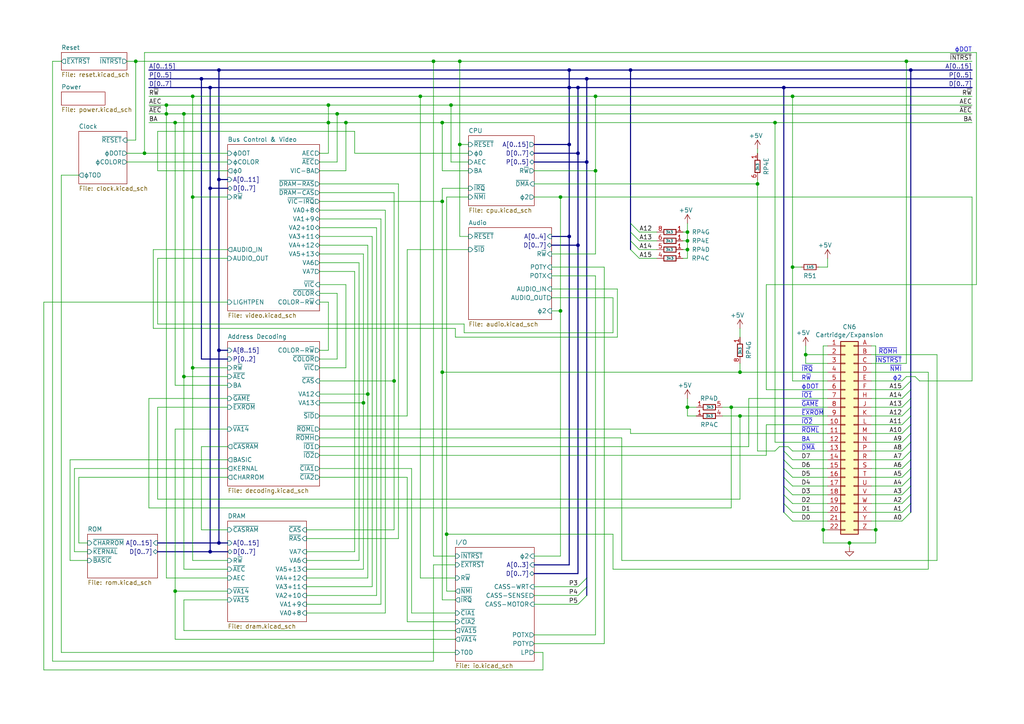
<source format=kicad_sch>
(kicad_sch (version 20231120) (generator "eeschema") (generator_version "8.0")
  (paper "A4")
  (title_block (title "Commodore 64 (schematic #251469)") (date "2019-08-11") (rev "0.2") (company "Commodore Business Machines, Inc.") (comment 1 "Based on C64/C64C Service Manual (1992-03) pp. 31-32 [PN-314001-03]") (comment 4 "KiCad schematic capture by Cumbayah! <cumbayah@subetha.dk>"))
  (lib_symbols
    (symbol "C64B-rescue:+5V-power" (power) (pin_names (offset 0))
      (property "Value" "power_+5V" (at 0 3.556 0))
      (symbol "+5V-power_0_1"
        (polyline (pts (xy -0.762 1.27) (xy 0 2.54)))
        (polyline (pts (xy 0 0) (xy 0 2.54)))
        (polyline (pts (xy 0 2.54) (xy 0.762 1.27)))
      )
      (symbol "+5V-power_1_1"
        (pin power_in line (at 0 0 90) (length 0) hide (name "+5V") (number "1"))
      )
    )
    (symbol "C64B-rescue:GND-power" (power) (pin_names (offset 0))
      (property "Value" "power_GND" (at 0 -3.81 0))
      (symbol "GND-power_0_1"
        (polyline (pts (xy 0 0) (xy 0 -1.27) (xy 1.27 -1.27) (xy 0 -2.54) (xy -1.27 -1.27) (xy 0 -1.27)))
      )
      (symbol "GND-power_1_1"
        (pin power_in line (at 0 0 270) (length 0) hide (name "GND") (number "1"))
      )
    )
    (symbol "Connector_Edge:Conn_02x22_Edge" (pin_names (offset 1.016) hide)
      (property "Reference" "J" (at 1.27 27.94 0))
      (property "Value" "Conn_02x22_Edge" (at 1.27 -30.48 0))
      (symbol "Conn_02x22_Edge_1_1"
        (rectangle (start -1.27 -27.813) (end 0 -28.067) (stroke (width 0.1524)))
        (rectangle (start -1.27 -25.273) (end 0 -25.527) (stroke (width 0.1524)))
        (rectangle (start -1.27 -22.733) (end 0 -22.987) (stroke (width 0.1524)))
        (rectangle (start -1.27 -20.193) (end 0 -20.447) (stroke (width 0.1524)))
        (rectangle (start -1.27 -17.653) (end 0 -17.907) (stroke (width 0.1524)))
        (rectangle (start -1.27 -15.113) (end 0 -15.367) (stroke (width 0.1524)))
        (rectangle (start -1.27 -12.573) (end 0 -12.827) (stroke (width 0.1524)))
        (rectangle (start -1.27 -10.033) (end 0 -10.287) (stroke (width 0.1524)))
        (rectangle (start -1.27 -7.493) (end 0 -7.747) (stroke (width 0.1524)))
        (rectangle (start -1.27 -4.953) (end 0 -5.207) (stroke (width 0.1524)))
        (rectangle (start -1.27 -2.413) (end 0 -2.667) (stroke (width 0.1524)))
        (rectangle (start -1.27 0.127) (end 0 -0.127) (stroke (width 0.1524)))
        (rectangle (start -1.27 2.667) (end 0 2.413) (stroke (width 0.1524)))
        (rectangle (start -1.27 5.207) (end 0 4.953) (stroke (width 0.1524)))
        (rectangle (start -1.27 7.747) (end 0 7.493) (stroke (width 0.1524)))
        (rectangle (start -1.27 10.287) (end 0 10.033) (stroke (width 0.1524)))
        (rectangle (start -1.27 12.827) (end 0 12.573) (stroke (width 0.1524)))
        (rectangle (start -1.27 15.367) (end 0 15.113) (stroke (width 0.1524)))
        (rectangle (start -1.27 17.907) (end 0 17.653) (stroke (width 0.1524)))
        (rectangle (start -1.27 20.447) (end 0 20.193) (stroke (width 0.1524)))
        (rectangle (start -1.27 22.987) (end 0 22.733) (stroke (width 0.1524)))
        (rectangle (start -1.27 25.527) (end 0 25.273) (stroke (width 0.1524)))
        (rectangle (start -1.27 26.67) (end 3.81 -29.21) (stroke (width 0.254)) (fill (type background)))
        (rectangle (start 3.81 -27.813) (end 2.54 -28.067) (stroke (width 0.1524)))
        (rectangle (start 3.81 -25.273) (end 2.54 -25.527) (stroke (width 0.1524)))
        (rectangle (start 3.81 -22.733) (end 2.54 -22.987) (stroke (width 0.1524)))
        (rectangle (start 3.81 -20.193) (end 2.54 -20.447) (stroke (width 0.1524)))
        (rectangle (start 3.81 -17.653) (end 2.54 -17.907) (stroke (width 0.1524)))
        (rectangle (start 3.81 -15.113) (end 2.54 -15.367) (stroke (width 0.1524)))
        (rectangle (start 3.81 -12.573) (end 2.54 -12.827) (stroke (width 0.1524)))
        (rectangle (start 3.81 -10.033) (end 2.54 -10.287) (stroke (width 0.1524)))
        (rectangle (start 3.81 -7.493) (end 2.54 -7.747) (stroke (width 0.1524)))
        (rectangle (start 3.81 -4.953) (end 2.54 -5.207) (stroke (width 0.1524)))
        (rectangle (start 3.81 -2.413) (end 2.54 -2.667) (stroke (width 0.1524)))
        (rectangle (start 3.81 0.127) (end 2.54 -0.127) (stroke (width 0.1524)))
        (rectangle (start 3.81 2.667) (end 2.54 2.413) (stroke (width 0.1524)))
        (rectangle (start 3.81 5.207) (end 2.54 4.953) (stroke (width 0.1524)))
        (rectangle (start 3.81 7.747) (end 2.54 7.493) (stroke (width 0.1524)))
        (rectangle (start 3.81 10.287) (end 2.54 10.033) (stroke (width 0.1524)))
        (rectangle (start 3.81 12.827) (end 2.54 12.573) (stroke (width 0.1524)))
        (rectangle (start 3.81 15.367) (end 2.54 15.113) (stroke (width 0.1524)))
        (rectangle (start 3.81 17.907) (end 2.54 17.653) (stroke (width 0.1524)))
        (rectangle (start 3.81 20.447) (end 2.54 20.193) (stroke (width 0.1524)))
        (rectangle (start 3.81 22.987) (end 2.54 22.733) (stroke (width 0.1524)))
        (rectangle (start 3.81 25.527) (end 2.54 25.273) (stroke (width 0.1524)))
        (pin passive line (at -5.08 25.4 0) (length 3.81) (name "Pin_1") (number "1"))
        (pin passive line (at -5.08 2.54 0) (length 3.81) (name "Pin_10") (number "10"))
        (pin passive line (at -5.08 0 0) (length 3.81) (name "Pin_11") (number "11"))
        (pin passive line (at -5.08 -2.54 0) (length 3.81) (name "Pin_12") (number "12"))
        (pin passive line (at -5.08 -5.08 0) (length 3.81) (name "Pin_13") (number "13"))
        (pin passive line (at -5.08 -7.62 0) (length 3.81) (name "Pin_14") (number "14"))
        (pin passive line (at -5.08 -10.16 0) (length 3.81) (name "Pin_15") (number "15"))
        (pin passive line (at -5.08 -12.7 0) (length 3.81) (name "Pin_16") (number "16"))
        (pin passive line (at -5.08 -15.24 0) (length 3.81) (name "Pin_17") (number "17"))
        (pin passive line (at -5.08 -17.78 0) (length 3.81) (name "Pin_18") (number "18"))
        (pin passive line (at -5.08 -20.32 0) (length 3.81) (name "Pin_19") (number "19"))
        (pin passive line (at -5.08 22.86 0) (length 3.81) (name "Pin_2") (number "2"))
        (pin passive line (at -5.08 -22.86 0) (length 3.81) (name "Pin_20") (number "20"))
        (pin passive line (at -5.08 -25.4 0) (length 3.81) (name "Pin_21") (number "21"))
        (pin passive line (at -5.08 -27.94 0) (length 3.81) (name "Pin_22") (number "22"))
        (pin passive line (at -5.08 20.32 0) (length 3.81) (name "Pin_3") (number "3"))
        (pin passive line (at -5.08 17.78 0) (length 3.81) (name "Pin_4") (number "4"))
        (pin passive line (at -5.08 15.24 0) (length 3.81) (name "Pin_5") (number "5"))
        (pin passive line (at -5.08 12.7 0) (length 3.81) (name "Pin_6") (number "6"))
        (pin passive line (at -5.08 10.16 0) (length 3.81) (name "Pin_7") (number "7"))
        (pin passive line (at -5.08 7.62 0) (length 3.81) (name "Pin_8") (number "8"))
        (pin passive line (at -5.08 5.08 0) (length 3.81) (name "Pin_9") (number "9"))
        (pin passive line (at 7.62 25.4 180) (length 3.81) (name "Pin_A") (number "A"))
        (pin passive line (at 7.62 22.86 180) (length 3.81) (name "Pin_B") (number "B"))
        (pin passive line (at 7.62 20.32 180) (length 3.81) (name "Pin_C") (number "C"))
        (pin passive line (at 7.62 17.78 180) (length 3.81) (name "Pin_D") (number "D"))
        (pin passive line (at 7.62 15.24 180) (length 3.81) (name "Pin_E") (number "E"))
        (pin passive line (at 7.62 12.7 180) (length 3.81) (name "Pin_F") (number "F"))
        (pin passive line (at 7.62 10.16 180) (length 3.81) (name "Pin_H") (number "H"))
        (pin passive line (at 7.62 7.62 180) (length 3.81) (name "Pin_J") (number "J"))
        (pin passive line (at 7.62 5.08 180) (length 3.81) (name "Pin_K") (number "K"))
        (pin passive line (at 7.62 2.54 180) (length 3.81) (name "Pin_L") (number "L"))
        (pin passive line (at 7.62 0 180) (length 3.81) (name "Pin_M") (number "M"))
        (pin passive line (at 7.62 -2.54 180) (length 3.81) (name "Pin_N") (number "N"))
        (pin passive line (at 7.62 -5.08 180) (length 3.81) (name "Pin_P") (number "P"))
        (pin passive line (at 7.62 -7.62 180) (length 3.81) (name "Pin_R") (number "R"))
        (pin passive line (at 7.62 -10.16 180) (length 3.81) (name "Pin_S") (number "S"))
        (pin passive line (at 7.62 -12.7 180) (length 3.81) (name "Pin_T") (number "T"))
        (pin passive line (at 7.62 -15.24 180) (length 3.81) (name "Pin_U") (number "U"))
        (pin passive line (at 7.62 -17.78 180) (length 3.81) (name "Pin_V") (number "V"))
        (pin passive line (at 7.62 -20.32 180) (length 3.81) (name "Pin_W") (number "W"))
        (pin passive line (at 7.62 -22.86 180) (length 3.81) (name "Pin_X") (number "X"))
        (pin passive line (at 7.62 -25.4 180) (length 3.81) (name "Pin_Y") (number "Y"))
        (pin passive line (at 7.62 -27.94 180) (length 3.81) (name "Pin_Z") (number "Z"))
      )
    )
    (symbol "Device:R_Small" (pin_numbers hide) (pin_names (offset 0.254) hide)
      (property "Reference" "R" (at 0.762 0.508 0))
      (property "Value" "R_Small" (at 0.762 -1.016 0))
      (symbol "R_Small_0_1"
        (rectangle (start -0.762 1.778) (end 0.762 -1.778) (stroke (width 0.2032)))
      )
      (symbol "R_Small_1_1"
        (pin passive line (at 0 2.54 270) (length 0.762) (name "~") (number "1"))
        (pin passive line (at 0 -2.54 90) (length 0.762) (name "~") (number "2"))
      )
    )
    (symbol "Resistor_Pack:R_Network09_Split" (pin_names (offset 1.016) hide)
      (property "Reference" "RN" (at 1.27 0.635 0))
      (property "Value" "R_Network09_Split" (at 1.27 -1.27 0))
      (symbol "R_Network09_Split_0_0"
        (pin passive line (at 0 3.81 270) (length 2.032) (name "common") (number "1"))
      )
      (symbol "R_Network09_Split_0_1"
        (rectangle (start -0.762 1.778) (end 0.762 -1.778) (stroke (width 0.2032)))
      )
      (symbol "R_Network09_Split_1_1"
        (pin passive line (at 0 -3.81 90) (length 2.032) (name "R1") (number "2"))
      )
      (symbol "R_Network09_Split_2_1"
        (rectangle (start -0.762 1.778) (end 0.762 -1.778) (stroke (width 0.2032)))
        (pin passive line (at 0 3.81 270) (length 2.032) (name "common") (number "1"))
        (pin passive line (at 0 -3.81 90) (length 2.032) (name "R2") (number "3"))
      )
      (symbol "R_Network09_Split_3_1"
        (rectangle (start -0.762 1.778) (end 0.762 -1.778) (stroke (width 0.2032)))
        (pin passive line (at 0 3.81 270) (length 2.032) (name "common") (number "1"))
        (pin passive line (at 0 -3.81 90) (length 2.032) (name "R3") (number "4"))
      )
      (symbol "R_Network09_Split_4_1"
        (rectangle (start -0.762 1.778) (end 0.762 -1.778) (stroke (width 0.2032)))
        (pin passive line (at 0 3.81 270) (length 2.032) (name "common") (number "1"))
        (pin passive line (at 0 -3.81 90) (length 2.032) (name "R4") (number "5"))
      )
      (symbol "R_Network09_Split_5_1"
        (rectangle (start -0.762 1.778) (end 0.762 -1.778) (stroke (width 0.2032)))
        (pin passive line (at 0 3.81 270) (length 2.032) (name "common") (number "1"))
        (pin passive line (at 0 -3.81 90) (length 2.032) (name "R5") (number "6"))
      )
      (symbol "R_Network09_Split_6_1"
        (rectangle (start -0.762 1.778) (end 0.762 -1.778) (stroke (width 0.2032)))
        (pin passive line (at 0 3.81 270) (length 2.032) (name "common") (number "1"))
        (pin passive line (at 0 -3.81 90) (length 2.032) (name "R6") (number "7"))
      )
      (symbol "R_Network09_Split_7_1"
        (rectangle (start -0.762 1.778) (end 0.762 -1.778) (stroke (width 0.2032)))
        (pin passive line (at 0 3.81 270) (length 2.032) (name "common") (number "1"))
        (pin passive line (at 0 -3.81 90) (length 2.032) (name "R7") (number "8"))
      )
      (symbol "R_Network09_Split_8_1"
        (pin passive line (at 0 -3.81 90) (length 2.032) (name "R8") (number "9"))
      )
      (symbol "R_Network09_Split_9_1"
        (pin passive line (at 0 -3.81 90) (length 2.032) (name "R9") (number "10"))
      )
    )
  )
  (junction (at 63.5 20.32))
  (junction (at 48.26 30.48))
  (junction (at 128.27 107.95))
  (junction (at 199.39 69.85))
  (junction (at 238.76 153.67))
  (junction (at 229.87 27.94))
  (junction (at 133.35 41.91))
  (junction (at 53.34 33.02))
  (junction (at 172.72 27.94))
  (junction (at 60.96 25.4))
  (junction (at 199.39 118.11))
  (junction (at 264.16 20.32))
  (junction (at 227.33 25.4))
  (junction (at 128.27 58.42))
  (junction (at 100.33 35.56))
  (junction (at 165.1 41.91))
  (junction (at 165.1 20.32))
  (junction (at 55.88 57.15))
  (junction (at 105.41 116.84))
  (junction (at 106.68 114.3))
  (junction (at 219.71 53.34))
  (junction (at 182.88 20.32))
  (junction (at 254 153.67))
  (junction (at 50.8 171.45))
  (junction (at 95.25 35.56))
  (junction (at 199.39 67.31))
  (junction (at 212.09 118.11))
  (junction (at 97.79 33.02))
  (junction (at 167.64 44.45))
  (junction (at 95.25 30.48))
  (junction (at 63.5 52.07))
  (junction (at 246.38 157.48))
  (junction (at 41.91 44.45))
  (junction (at 214.63 107.95))
  (junction (at 55.88 106.68))
  (junction (at 60.96 160.02))
  (junction (at 199.39 72.39))
  (junction (at 55.88 27.94))
  (junction (at 53.34 109.22))
  (junction (at 128.27 35.56))
  (junction (at 48.26 33.02))
  (junction (at 39.37 17.78))
  (junction (at 63.5 101.6))
  (junction (at 262.89 17.78))
  (junction (at 63.5 157.48))
  (junction (at 170.18 46.99))
  (junction (at 130.81 30.48))
  (junction (at 60.96 54.61))
  (junction (at 214.63 120.65))
  (junction (at 114.3 110.49))
  (junction (at 162.56 57.15))
  (junction (at 129.54 154.94))
  (junction (at 50.8 35.56))
  (junction (at 167.64 25.4))
  (junction (at 121.92 27.94))
  (junction (at 167.64 71.12))
  (junction (at 172.72 49.53))
  (junction (at 165.1 68.58))
  (junction (at 125.73 17.78))
  (junction (at 170.18 22.86))
  (junction (at 58.42 22.86))
  (junction (at 162.56 90.17))
  (junction (at 165.1 25.4))
  (junction (at 133.35 17.78))
  (junction (at 229.87 77.47))
  (junction (at 233.68 102.87))
  (junction (at 224.79 35.56))
  (bus_entry (at 261.62 140.97) (size 2.54 -2.54))
  (bus_entry (at 167.64 175.26) (size 2.54 -2.54))
  (bus_entry (at 182.88 64.77) (size 2.54 2.54))
  (bus_entry (at 227.33 135.89) (size 2.54 2.54))
  (bus_entry (at 261.62 143.51) (size 2.54 -2.54))
  (bus_entry (at 261.62 118.11) (size 2.54 -2.54))
  (bus_entry (at 261.62 115.57) (size 2.54 -2.54))
  (bus_entry (at 261.62 130.81) (size 2.54 -2.54))
  (bus_entry (at 182.88 69.85) (size 2.54 2.54))
  (bus_entry (at 227.33 133.35) (size 2.54 2.54))
  (bus_entry (at 167.64 170.18) (size 2.54 -2.54))
  (bus_entry (at 227.33 140.97) (size 2.54 2.54))
  (bus_entry (at 261.62 151.13) (size 2.54 -2.54))
  (bus_entry (at 182.88 67.31) (size 2.54 2.54))
  (bus_entry (at 182.88 72.39) (size 2.54 2.54))
  (bus_entry (at 227.33 130.81) (size 2.54 2.54))
  (bus_entry (at 227.33 138.43) (size 2.54 2.54))
  (bus_entry (at 227.33 143.51) (size 2.54 2.54))
  (bus_entry (at 227.33 148.59) (size 2.54 2.54))
  (bus_entry (at 227.33 146.05) (size 2.54 2.54))
  (bus_entry (at 261.62 138.43) (size 2.54 -2.54))
  (bus_entry (at 261.62 120.65) (size 2.54 -2.54))
  (bus_entry (at 261.62 146.05) (size 2.54 -2.54))
  (bus_entry (at 261.62 125.73) (size 2.54 -2.54))
  (bus_entry (at 167.64 172.72) (size 2.54 -2.54))
  (bus_entry (at 261.62 113.03) (size 2.54 -2.54))
  (bus_entry (at 261.62 148.59) (size 2.54 -2.54))
  (bus_entry (at 261.62 133.35) (size 2.54 -2.54))
  (bus_entry (at 261.62 135.89) (size 2.54 -2.54))
  (bus_entry (at 261.62 123.19) (size 2.54 -2.54))
  (bus_entry (at 261.62 128.27) (size 2.54 -2.54))
  (bus (pts (xy 58.42 22.86) (xy 170.18 22.86)))
  (wire (pts (xy 130.81 46.99) (xy 130.81 30.48)))
  (wire (pts (xy 190.5 72.39) (xy 185.42 72.39)))
  (wire (pts (xy 45.72 93.98) (xy 134.62 93.98)))
  (wire (pts (xy 92.71 49.53) (xy 100.33 49.53)))
  (wire (pts (xy 44.45 95.25) (xy 132.08 95.25)))
  (bus (pts (xy 264.16 125.73) (xy 264.16 128.27)))
  (wire (pts (xy 229.87 27.94) (xy 281.94 27.94)))
  (bus (pts (xy 63.5 157.48) (xy 66.04 157.48)))
  (wire (pts (xy 222.25 123.19) (xy 240.03 123.19)))
  (wire (pts (xy 102.87 44.45) (xy 102.87 38.1)))
  (bus (pts (xy 264.16 113.03) (xy 264.16 115.57)))
  (wire (pts (xy 219.71 52.07) (xy 219.71 53.34)))
  (wire (pts (xy 58.42 129.54) (xy 66.04 129.54)))
  (wire (pts (xy 199.39 67.31) (xy 199.39 64.77)))
  (wire (pts (xy 226.06 129.54) (xy 228.6 129.54)))
  (wire (pts (xy 125.73 163.83) (xy 125.73 191.77)))
  (wire (pts (xy 212.09 118.11) (xy 209.55 118.11)))
  (wire (pts (xy 281.94 57.15) (xy 281.94 110.49)))
  (wire (pts (xy 118.11 180.34) (xy 132.08 180.34)))
  (bus (pts (xy 227.33 135.89) (xy 227.33 138.43)))
  (wire (pts (xy 134.62 96.52) (xy 177.8 96.52)))
  (bus (pts (xy 58.42 104.14) (xy 66.04 104.14)))
  (wire (pts (xy 240.03 102.87) (xy 233.68 102.87)))
  (bus (pts (xy 154.94 163.83) (xy 165.1 163.83)))
  (wire (pts (xy 102.87 160.02) (xy 88.9 160.02)))
  (bus (pts (xy 182.88 20.32) (xy 182.88 64.77)))
  (bus (pts (xy 160.02 71.12) (xy 167.64 71.12)))
  (wire (pts (xy 252.73 115.57) (xy 261.62 115.57)))
  (bus (pts (xy 182.88 67.31) (xy 182.88 69.85)))
  (wire (pts (xy 252.73 123.19) (xy 261.62 123.19)))
  (wire (pts (xy 219.71 130.81) (xy 224.79 130.81)))
  (wire (pts (xy 252.73 153.67) (xy 254 153.67)))
  (wire (pts (xy 43.18 35.56) (xy 50.8 35.56)))
  (wire (pts (xy 266.7 110.49) (xy 281.94 110.49)))
  (wire (pts (xy 21.59 160.02) (xy 25.4 160.02)))
  (wire (pts (xy 48.26 33.02) (xy 48.26 167.64)))
  (wire (pts (xy 97.79 104.14) (xy 97.79 85.09)))
  (wire (pts (xy 209.55 120.65) (xy 214.63 120.65)))
  (wire (pts (xy 97.79 33.02) (xy 281.94 33.02)))
  (wire (pts (xy 252.73 130.81) (xy 261.62 130.81)))
  (wire (pts (xy 154.94 57.15) (xy 162.56 57.15)))
  (wire (pts (xy 190.5 74.93) (xy 185.42 74.93)))
  (bus (pts (xy 227.33 138.43) (xy 227.33 140.97)))
  (wire (pts (xy 100.33 106.68) (xy 92.71 106.68)))
  (wire (pts (xy 160.02 77.47) (xy 175.26 77.47)))
  (wire (pts (xy 50.8 185.42) (xy 132.08 185.42)))
  (wire (pts (xy 12.7 194.31) (xy 157.48 194.31)))
  (bus (pts (xy 165.1 41.91) (xy 165.1 68.58)))
  (bus (pts (xy 170.18 46.99) (xy 170.18 167.64)))
  (bus (pts (xy 63.5 101.6) (xy 63.5 157.48)))
  (wire (pts (xy 58.42 153.67) (xy 66.04 153.67)))
  (wire (pts (xy 92.71 120.65) (xy 118.11 120.65)))
  (wire (pts (xy 55.88 57.15) (xy 55.88 106.68)))
  (wire (pts (xy 262.89 17.78) (xy 262.89 105.41)))
  (wire (pts (xy 39.37 17.78) (xy 125.73 17.78)))
  (wire (pts (xy 224.79 128.27) (xy 240.03 128.27)))
  (bus (pts (xy 165.1 25.4) (xy 167.64 25.4)))
  (wire (pts (xy 121.92 27.94) (xy 172.72 27.94)))
  (wire (pts (xy 283.21 15.24) (xy 283.21 82.55)))
  (wire (pts (xy 114.3 153.67) (xy 88.9 153.67)))
  (wire (pts (xy 128.27 173.99) (xy 128.27 107.95)))
  (bus (pts (xy 227.33 146.05) (xy 227.33 148.59)))
  (wire (pts (xy 105.41 165.1) (xy 88.9 165.1)))
  (bus (pts (xy 170.18 170.18) (xy 170.18 172.72)))
  (wire (pts (xy 175.26 186.69) (xy 154.94 186.69)))
  (wire (pts (xy 199.39 118.11) (xy 199.39 115.57)))
  (wire (pts (xy 58.42 129.54) (xy 58.42 153.67)))
  (wire (pts (xy 134.62 93.98) (xy 134.62 96.52)))
  (wire (pts (xy 25.4 157.48) (xy 22.86 157.48)))
  (wire (pts (xy 246.38 157.48) (xy 254 157.48)))
  (wire (pts (xy 128.27 49.53) (xy 128.27 35.56)))
  (wire (pts (xy 240.03 118.11) (xy 212.09 118.11)))
  (bus (pts (xy 58.42 22.86) (xy 58.42 104.14)))
  (wire (pts (xy 269.24 107.95) (xy 269.24 165.1)))
  (bus (pts (xy 63.5 157.48) (xy 45.72 157.48)))
  (wire (pts (xy 252.73 110.49) (xy 261.62 110.49)))
  (wire (pts (xy 43.18 33.02) (xy 48.26 33.02)))
  (wire (pts (xy 214.63 95.25) (xy 214.63 97.79)))
  (wire (pts (xy 45.72 93.98) (xy 45.72 74.93)))
  (wire (pts (xy 50.8 171.45) (xy 66.04 171.45)))
  (wire (pts (xy 179.07 97.79) (xy 179.07 83.82)))
  (wire (pts (xy 45.72 49.53) (xy 66.04 49.53)))
  (wire (pts (xy 240.03 74.93) (xy 240.03 77.47)))
  (wire (pts (xy 240.03 133.35) (xy 229.87 133.35)))
  (wire (pts (xy 199.39 74.93) (xy 199.39 72.39)))
  (bus (pts (xy 167.64 71.12) (xy 167.64 166.37)))
  (wire (pts (xy 17.78 189.23) (xy 132.08 189.23)))
  (wire (pts (xy 110.49 63.5) (xy 110.49 175.26)))
  (wire (pts (xy 109.22 66.04) (xy 109.22 172.72)))
  (bus (pts (xy 63.5 20.32) (xy 63.5 52.07)))
  (wire (pts (xy 119.38 177.8) (xy 119.38 135.89)))
  (wire (pts (xy 88.9 167.64) (xy 106.68 167.64)))
  (wire (pts (xy 162.56 161.29) (xy 162.56 90.17)))
  (wire (pts (xy 53.34 109.22) (xy 53.34 33.02)))
  (wire (pts (xy 182.88 125.73) (xy 240.03 125.73)))
  (wire (pts (xy 154.94 175.26) (xy 167.64 175.26)))
  (wire (pts (xy 53.34 182.88) (xy 132.08 182.88)))
  (wire (pts (xy 88.9 156.21) (xy 115.57 156.21)))
  (wire (pts (xy 252.73 107.95) (xy 269.24 107.95)))
  (wire (pts (xy 128.27 54.61) (xy 135.89 54.61)))
  (wire (pts (xy 41.91 44.45) (xy 41.91 15.24)))
  (wire (pts (xy 222.25 82.55) (xy 222.25 113.03)))
  (wire (pts (xy 214.63 107.95) (xy 240.03 107.95)))
  (bus (pts (xy 165.1 68.58) (xy 165.1 163.83)))
  (wire (pts (xy 97.79 46.99) (xy 97.79 33.02)))
  (wire (pts (xy 261.62 110.49) (xy 262.89 109.22)))
  (wire (pts (xy 43.18 27.94) (xy 55.88 27.94)))
  (wire (pts (xy 66.04 74.93) (xy 45.72 74.93)))
  (wire (pts (xy 240.03 138.43) (xy 229.87 138.43)))
  (wire (pts (xy 41.91 44.45) (xy 66.04 44.45)))
  (wire (pts (xy 43.18 147.32) (xy 43.18 115.57)))
  (wire (pts (xy 135.89 44.45) (xy 102.87 44.45)))
  (wire (pts (xy 160.02 86.36) (xy 177.8 86.36)))
  (wire (pts (xy 229.87 77.47) (xy 232.41 77.47)))
  (bus (pts (xy 227.33 130.81) (xy 227.33 133.35)))
  (wire (pts (xy 66.04 87.63) (xy 12.7 87.63)))
  (bus (pts (xy 167.64 25.4) (xy 167.64 44.45)))
  (wire (pts (xy 132.08 161.29) (xy 125.73 161.29)))
  (wire (pts (xy 92.71 135.89) (xy 119.38 135.89)))
  (wire (pts (xy 172.72 80.01) (xy 172.72 184.15)))
  (wire (pts (xy 121.92 27.94) (xy 121.92 167.64)))
  (wire (pts (xy 43.18 30.48) (xy 48.26 30.48)))
  (wire (pts (xy 111.76 60.96) (xy 111.76 177.8)))
  (wire (pts (xy 240.03 151.13) (xy 229.87 151.13)))
  (wire (pts (xy 53.34 33.02) (xy 97.79 33.02)))
  (wire (pts (xy 36.83 40.64) (xy 39.37 40.64)))
  (wire (pts (xy 92.71 53.34) (xy 115.57 53.34)))
  (wire (pts (xy 238.76 153.67) (xy 238.76 100.33)))
  (bus (pts (xy 154.94 44.45) (xy 167.64 44.45)))
  (wire (pts (xy 17.78 50.8) (xy 17.78 189.23)))
  (wire (pts (xy 132.08 177.8) (xy 119.38 177.8)))
  (wire (pts (xy 162.56 57.15) (xy 162.56 90.17)))
  (bus (pts (xy 182.88 64.77) (xy 182.88 67.31)))
  (wire (pts (xy 175.26 77.47) (xy 175.26 186.69)))
  (wire (pts (xy 252.73 125.73) (xy 261.62 125.73)))
  (wire (pts (xy 95.25 30.48) (xy 130.81 30.48)))
  (wire (pts (xy 157.48 189.23) (xy 154.94 189.23)))
  (wire (pts (xy 115.57 53.34) (xy 115.57 156.21)))
  (bus (pts (xy 264.16 135.89) (xy 264.16 138.43)))
  (wire (pts (xy 240.03 153.67) (xy 238.76 153.67)))
  (bus (pts (xy 167.64 44.45) (xy 167.64 71.12)))
  (wire (pts (xy 106.68 71.12) (xy 92.71 71.12)))
  (wire (pts (xy 254 157.48) (xy 254 153.67)))
  (wire (pts (xy 45.72 144.78) (xy 214.63 144.78)))
  (bus (pts (xy 264.16 118.11) (xy 264.16 120.65)))
  (wire (pts (xy 92.71 46.99) (xy 97.79 46.99)))
  (wire (pts (xy 48.26 33.02) (xy 53.34 33.02)))
  (wire (pts (xy 212.09 118.11) (xy 212.09 147.32)))
  (wire (pts (xy 252.73 138.43) (xy 261.62 138.43)))
  (wire (pts (xy 269.24 165.1) (xy 177.8 165.1)))
  (wire (pts (xy 214.63 120.65) (xy 214.63 144.78)))
  (bus (pts (xy 264.16 138.43) (xy 264.16 140.97)))
  (wire (pts (xy 219.71 43.18) (xy 219.71 44.45)))
  (wire (pts (xy 172.72 73.66) (xy 160.02 73.66)))
  (wire (pts (xy 228.6 129.54) (xy 229.87 130.81)))
  (wire (pts (xy 190.5 67.31) (xy 185.42 67.31)))
  (wire (pts (xy 105.41 116.84) (xy 105.41 165.1)))
  (wire (pts (xy 43.18 115.57) (xy 66.04 115.57)))
  (wire (pts (xy 252.73 146.05) (xy 261.62 146.05)))
  (wire (pts (xy 219.71 53.34) (xy 219.71 130.81)))
  (wire (pts (xy 92.71 114.3) (xy 106.68 114.3)))
  (wire (pts (xy 92.71 82.55) (xy 100.33 82.55)))
  (bus (pts (xy 154.94 166.37) (xy 167.64 166.37)))
  (wire (pts (xy 238.76 157.48) (xy 246.38 157.48)))
  (bus (pts (xy 160.02 68.58) (xy 165.1 68.58)))
  (bus (pts (xy 264.16 146.05) (xy 264.16 148.59)))
  (wire (pts (xy 100.33 49.53) (xy 100.33 35.56)))
  (wire (pts (xy 48.26 30.48) (xy 48.26 33.02)))
  (wire (pts (xy 252.73 135.89) (xy 261.62 135.89)))
  (wire (pts (xy 66.04 72.39) (xy 44.45 72.39)))
  (bus (pts (xy 182.88 20.32) (xy 264.16 20.32)))
  (wire (pts (xy 283.21 82.55) (xy 222.25 82.55)))
  (wire (pts (xy 240.03 143.51) (xy 229.87 143.51)))
  (wire (pts (xy 240.03 77.47) (xy 237.49 77.47)))
  (wire (pts (xy 21.59 135.89) (xy 66.04 135.89)))
  (wire (pts (xy 50.8 111.76) (xy 66.04 111.76)))
  (bus (pts (xy 63.5 20.32) (xy 165.1 20.32)))
  (bus (pts (xy 60.96 25.4) (xy 165.1 25.4)))
  (bus (pts (xy 264.16 130.81) (xy 264.16 133.35)))
  (wire (pts (xy 48.26 30.48) (xy 95.25 30.48)))
  (wire (pts (xy 252.73 113.03) (xy 261.62 113.03)))
  (wire (pts (xy 133.35 41.91) (xy 135.89 41.91)))
  (wire (pts (xy 172.72 49.53) (xy 172.72 27.94)))
  (wire (pts (xy 172.72 27.94) (xy 229.87 27.94)))
  (bus (pts (xy 264.16 20.32) (xy 281.94 20.32)))
  (wire (pts (xy 92.71 101.6) (xy 95.25 101.6)))
  (wire (pts (xy 132.08 171.45) (xy 129.54 171.45)))
  (wire (pts (xy 109.22 66.04) (xy 92.71 66.04)))
  (wire (pts (xy 55.88 27.94) (xy 121.92 27.94)))
  (wire (pts (xy 102.87 78.74) (xy 102.87 160.02)))
  (wire (pts (xy 125.73 161.29) (xy 125.73 17.78)))
  (wire (pts (xy 201.93 118.11) (xy 199.39 118.11)))
  (wire (pts (xy 222.25 132.08) (xy 222.25 123.19)))
  (wire (pts (xy 15.24 17.78) (xy 15.24 191.77)))
  (wire (pts (xy 135.89 46.99) (xy 130.81 46.99)))
  (wire (pts (xy 55.88 27.94) (xy 55.88 57.15)))
  (wire (pts (xy 271.78 162.56) (xy 180.34 162.56)))
  (wire (pts (xy 55.88 106.68) (xy 66.04 106.68)))
  (wire (pts (xy 162.56 57.15) (xy 281.94 57.15)))
  (wire (pts (xy 252.73 151.13) (xy 261.62 151.13)))
  (wire (pts (xy 180.34 162.56) (xy 180.34 127)))
  (wire (pts (xy 199.39 72.39) (xy 199.39 69.85)))
  (wire (pts (xy 95.25 35.56) (xy 95.25 44.45)))
  (wire (pts (xy 179.07 83.82) (xy 160.02 83.82)))
  (wire (pts (xy 240.03 148.59) (xy 229.87 148.59)))
  (wire (pts (xy 130.81 30.48) (xy 281.94 30.48)))
  (bus (pts (xy 170.18 167.64) (xy 170.18 170.18)))
  (wire (pts (xy 160.02 80.01) (xy 172.72 80.01)))
  (wire (pts (xy 25.4 162.56) (xy 20.32 162.56)))
  (wire (pts (xy 45.72 118.11) (xy 45.72 144.78)))
  (bus (pts (xy 264.16 115.57) (xy 264.16 118.11)))
  (wire (pts (xy 252.73 148.59) (xy 261.62 148.59)))
  (wire (pts (xy 129.54 154.94) (xy 177.8 154.94)))
  (bus (pts (xy 227.33 143.51) (xy 227.33 146.05)))
  (bus (pts (xy 165.1 25.4) (xy 165.1 41.91)))
  (bus (pts (xy 63.5 101.6) (xy 66.04 101.6)))
  (wire (pts (xy 36.83 17.78) (xy 39.37 17.78)))
  (wire (pts (xy 252.73 118.11) (xy 261.62 118.11)))
  (bus (pts (xy 264.16 123.19) (xy 264.16 125.73)))
  (wire (pts (xy 110.49 63.5) (xy 92.71 63.5)))
  (wire (pts (xy 50.8 35.56) (xy 50.8 111.76)))
  (wire (pts (xy 12.7 87.63) (xy 12.7 194.31)))
  (wire (pts (xy 22.86 50.8) (xy 17.78 50.8)))
  (bus (pts (xy 60.96 54.61) (xy 66.04 54.61)))
  (wire (pts (xy 229.87 110.49) (xy 240.03 110.49)))
  (bus (pts (xy 264.16 110.49) (xy 264.16 113.03)))
  (wire (pts (xy 135.89 49.53) (xy 128.27 49.53)))
  (bus (pts (xy 63.5 52.07) (xy 66.04 52.07)))
  (bus (pts (xy 264.16 128.27) (xy 264.16 130.81)))
  (wire (pts (xy 104.14 76.2) (xy 104.14 162.56)))
  (bus (pts (xy 264.16 20.32) (xy 264.16 110.49)))
  (wire (pts (xy 66.04 57.15) (xy 55.88 57.15)))
  (bus (pts (xy 154.94 46.99) (xy 170.18 46.99)))
  (wire (pts (xy 252.73 133.35) (xy 261.62 133.35)))
  (wire (pts (xy 233.68 100.33) (xy 233.68 102.87)))
  (wire (pts (xy 92.71 127) (xy 180.34 127)))
  (wire (pts (xy 53.34 182.88) (xy 53.34 173.99)))
  (wire (pts (xy 133.35 41.91) (xy 133.35 17.78)))
  (wire (pts (xy 17.78 17.78) (xy 15.24 17.78)))
  (wire (pts (xy 92.71 104.14) (xy 97.79 104.14)))
  (wire (pts (xy 92.71 138.43) (xy 118.11 138.43)))
  (wire (pts (xy 182.88 124.46) (xy 182.88 125.73)))
  (wire (pts (xy 107.95 68.58) (xy 92.71 68.58)))
  (wire (pts (xy 118.11 72.39) (xy 135.89 72.39)))
  (wire (pts (xy 154.94 161.29) (xy 162.56 161.29)))
  (wire (pts (xy 106.68 114.3) (xy 106.68 167.64)))
  (wire (pts (xy 128.27 107.95) (xy 214.63 107.95)))
  (bus (pts (xy 227.33 133.35) (xy 227.33 135.89)))
  (wire (pts (xy 66.04 118.11) (xy 45.72 118.11)))
  (wire (pts (xy 252.73 105.41) (xy 262.89 105.41)))
  (wire (pts (xy 88.9 162.56) (xy 104.14 162.56)))
  (bus (pts (xy 167.64 25.4) (xy 227.33 25.4)))
  (wire (pts (xy 229.87 130.81) (xy 240.03 130.81)))
  (wire (pts (xy 254 153.67) (xy 254 100.33)))
  (bus (pts (xy 60.96 160.02) (xy 45.72 160.02)))
  (wire (pts (xy 44.45 72.39) (xy 44.45 95.25)))
  (wire (pts (xy 154.94 53.34) (xy 219.71 53.34)))
  (wire (pts (xy 102.87 38.1) (xy 45.72 38.1)))
  (wire (pts (xy 262.89 17.78) (xy 281.94 17.78)))
  (wire (pts (xy 114.3 55.88) (xy 114.3 110.49)))
  (wire (pts (xy 252.73 100.33) (xy 254 100.33)))
  (bus (pts (xy 182.88 69.85) (xy 182.88 72.39)))
  (wire (pts (xy 177.8 96.52) (xy 177.8 86.36)))
  (wire (pts (xy 252.73 102.87) (xy 271.78 102.87)))
  (bus (pts (xy 63.5 52.07) (xy 63.5 101.6)))
  (wire (pts (xy 129.54 171.45) (xy 129.54 154.94)))
  (wire (pts (xy 92.71 129.54) (xy 217.17 129.54)))
  (wire (pts (xy 107.95 170.18) (xy 88.9 170.18)))
  (wire (pts (xy 128.27 58.42) (xy 128.27 54.61)))
  (wire (pts (xy 238.76 153.67) (xy 238.76 157.48)))
  (wire (pts (xy 110.49 175.26) (xy 88.9 175.26)))
  (bus (pts (xy 170.18 22.86) (xy 170.18 46.99)))
  (wire (pts (xy 95.25 30.48) (xy 95.25 35.56)))
  (bus (pts (xy 264.16 143.51) (xy 264.16 146.05)))
  (wire (pts (xy 224.79 35.56) (xy 281.94 35.56)))
  (wire (pts (xy 240.03 135.89) (xy 229.87 135.89)))
  (wire (pts (xy 20.32 133.35) (xy 66.04 133.35)))
  (wire (pts (xy 199.39 69.85) (xy 199.39 67.31)))
  (wire (pts (xy 50.8 171.45) (xy 50.8 185.42)))
  (wire (pts (xy 240.03 100.33) (xy 238.76 100.33)))
  (wire (pts (xy 128.27 35.56) (xy 224.79 35.56)))
  (wire (pts (xy 92.71 124.46) (xy 182.88 124.46)))
  (wire (pts (xy 48.26 167.64) (xy 66.04 167.64)))
  (wire (pts (xy 240.03 140.97) (xy 229.87 140.97)))
  (wire (pts (xy 217.17 129.54) (xy 217.17 115.57)))
  (wire (pts (xy 118.11 138.43) (xy 118.11 180.34)))
  (wire (pts (xy 95.25 101.6) (xy 95.25 87.63)))
  (wire (pts (xy 132.08 173.99) (xy 128.27 173.99)))
  (wire (pts (xy 154.94 170.18) (xy 167.64 170.18)))
  (wire (pts (xy 271.78 102.87) (xy 271.78 162.56)))
  (wire (pts (xy 217.17 115.57) (xy 240.03 115.57)))
  (wire (pts (xy 22.86 157.48) (xy 22.86 138.43)))
  (wire (pts (xy 172.72 184.15) (xy 154.94 184.15)))
  (wire (pts (xy 95.25 35.56) (xy 100.33 35.56)))
  (wire (pts (xy 172.72 49.53) (xy 172.72 73.66)))
  (wire (pts (xy 92.71 110.49) (xy 114.3 110.49)))
  (wire (pts (xy 222.25 113.03) (xy 240.03 113.03)))
  (wire (pts (xy 36.83 46.99) (xy 66.04 46.99)))
  (wire (pts (xy 104.14 76.2) (xy 92.71 76.2)))
  (wire (pts (xy 133.35 41.91) (xy 133.35 68.58)))
  (wire (pts (xy 129.54 57.15) (xy 129.54 154.94)))
  (wire (pts (xy 22.86 138.43) (xy 66.04 138.43)))
  (wire (pts (xy 229.87 77.47) (xy 229.87 110.49)))
  (wire (pts (xy 92.71 78.74) (xy 102.87 78.74)))
  (wire (pts (xy 92.71 132.08) (xy 222.25 132.08)))
  (wire (pts (xy 92.71 116.84) (xy 105.41 116.84)))
  (wire (pts (xy 21.59 135.89) (xy 21.59 160.02)))
  (wire (pts (xy 252.73 120.65) (xy 261.62 120.65)))
  (bus (pts (xy 60.96 54.61) (xy 60.96 160.02)))
  (bus (pts (xy 43.18 22.86) (xy 58.42 22.86)))
  (wire (pts (xy 157.48 194.31) (xy 157.48 189.23)))
  (wire (pts (xy 199.39 118.11) (xy 199.39 120.65)))
  (bus (pts (xy 43.18 20.32) (xy 63.5 20.32)))
  (wire (pts (xy 121.92 167.64) (xy 132.08 167.64)))
  (wire (pts (xy 88.9 177.8) (xy 111.76 177.8)))
  (wire (pts (xy 66.04 124.46) (xy 50.8 124.46)))
  (wire (pts (xy 154.94 172.72) (xy 167.64 172.72)))
  (wire (pts (xy 105.41 73.66) (xy 92.71 73.66)))
  (wire (pts (xy 160.02 90.17) (xy 162.56 90.17)))
  (wire (pts (xy 125.73 17.78) (xy 133.35 17.78)))
  (wire (pts (xy 132.08 95.25) (xy 132.08 97.79)))
  (wire (pts (xy 190.5 69.85) (xy 185.42 69.85)))
  (wire (pts (xy 53.34 109.22) (xy 53.34 165.1)))
  (bus (pts (xy 264.16 140.97) (xy 264.16 143.51)))
  (wire (pts (xy 265.43 109.22) (xy 266.7 110.49)))
  (wire (pts (xy 224.79 130.81) (xy 226.06 129.54)))
  (wire (pts (xy 50.8 35.56) (xy 95.25 35.56)))
  (wire (pts (xy 177.8 165.1) (xy 177.8 154.94)))
  (wire (pts (xy 252.73 140.97) (xy 261.62 140.97)))
  (wire (pts (xy 100.33 82.55) (xy 100.33 106.68)))
  (wire (pts (xy 252.73 128.27) (xy 261.62 128.27)))
  (bus (pts (xy 227.33 140.97) (xy 227.33 143.51)))
  (wire (pts (xy 43.18 147.32) (xy 212.09 147.32)))
  (bus (pts (xy 154.94 41.91) (xy 165.1 41.91)))
  (wire (pts (xy 154.94 49.53) (xy 172.72 49.53)))
  (wire (pts (xy 114.3 55.88) (xy 92.71 55.88)))
  (wire (pts (xy 95.25 87.63) (xy 92.71 87.63)))
  (wire (pts (xy 132.08 163.83) (xy 125.73 163.83)))
  (wire (pts (xy 45.72 38.1) (xy 45.72 49.53)))
  (wire (pts (xy 53.34 173.99) (xy 66.04 173.99)))
  (wire (pts (xy 114.3 110.49) (xy 114.3 153.67)))
  (wire (pts (xy 55.88 162.56) (xy 66.04 162.56)))
  (wire (pts (xy 15.24 191.77) (xy 125.73 191.77)))
  (wire (pts (xy 246.38 158.75) (xy 246.38 157.48)))
  (wire (pts (xy 224.79 35.56) (xy 224.79 128.27)))
  (wire (pts (xy 100.33 35.56) (xy 128.27 35.56)))
  (bus (pts (xy 43.18 25.4) (xy 60.96 25.4)))
  (wire (pts (xy 39.37 40.64) (xy 39.37 17.78)))
  (wire (pts (xy 198.12 67.31) (xy 199.39 67.31)))
  (wire (pts (xy 88.9 172.72) (xy 109.22 172.72)))
  (wire (pts (xy 111.76 60.96) (xy 92.71 60.96)))
  (bus (pts (xy 227.33 25.4) (xy 227.33 130.81)))
  (wire (pts (xy 66.04 109.22) (xy 53.34 109.22)))
  (wire (pts (xy 240.03 146.05) (xy 229.87 146.05)))
  (wire (pts (xy 132.08 97.79) (xy 179.07 97.79)))
  (wire (pts (xy 128.27 58.42) (xy 128.27 107.95)))
  (bus (pts (xy 60.96 160.02) (xy 66.04 160.02)))
  (wire (pts (xy 233.68 105.41) (xy 233.68 102.87)))
  (wire (pts (xy 252.73 143.51) (xy 261.62 143.51)))
  (bus (pts (xy 227.33 25.4) (xy 281.94 25.4)))
  (wire (pts (xy 133.35 17.78) (xy 262.89 17.78)))
  (wire (pts (xy 50.8 124.46) (xy 50.8 171.45)))
  (bus (pts (xy 60.96 25.4) (xy 60.96 54.61)))
  (wire (pts (xy 133.35 68.58) (xy 135.89 68.58)))
  (wire (pts (xy 53.34 165.1) (xy 66.04 165.1)))
  (wire (pts (xy 229.87 77.47) (xy 229.87 27.94)))
  (wire (pts (xy 118.11 120.65) (xy 118.11 72.39)))
  (wire (pts (xy 97.79 85.09) (xy 92.71 85.09)))
  (bus (pts (xy 170.18 22.86) (xy 281.94 22.86)))
  (wire (pts (xy 106.68 71.12) (xy 106.68 114.3)))
  (wire (pts (xy 262.89 109.22) (xy 265.43 109.22)))
  (bus (pts (xy 264.16 133.35) (xy 264.16 135.89)))
  (wire (pts (xy 105.41 73.66) (xy 105.41 116.84)))
  (wire (pts (xy 129.54 57.15) (xy 135.89 57.15)))
  (wire (pts (xy 199.39 120.65) (xy 201.93 120.65)))
  (wire (pts (xy 240.03 120.65) (xy 214.63 120.65)))
  (wire (pts (xy 198.12 69.85) (xy 199.39 69.85)))
  (wire (pts (xy 107.95 68.58) (xy 107.95 170.18)))
  (wire (pts (xy 198.12 72.39) (xy 199.39 72.39)))
  (wire (pts (xy 55.88 106.68) (xy 55.88 162.56)))
  (wire (pts (xy 214.63 105.41) (xy 214.63 107.95)))
  (wire (pts (xy 92.71 44.45) (xy 95.25 44.45)))
  (bus (pts (xy 165.1 20.32) (xy 182.88 20.32)))
  (wire (pts (xy 240.03 105.41) (xy 233.68 105.41)))
  (bus (pts (xy 165.1 20.32) (xy 165.1 25.4)))
  (wire (pts (xy 41.91 15.24) (xy 283.21 15.24)))
  (wire (pts (xy 36.83 44.45) (xy 41.91 44.45)))
  (wire (pts (xy 198.12 74.93) (xy 199.39 74.93)))
  (bus (pts (xy 264.16 120.65) (xy 264.16 123.19)))
  (wire (pts (xy 20.32 162.56) (xy 20.32 133.35)))
  (wire (pts (xy 92.71 58.42) (xy 128.27 58.42)))
  (text "~{EXROM}" (at 232.41 120.65 0) (effects (font (size 1.27 1.27)) (justify left bottom)))
  (text "ϕDOT" (at 232.41 113.03 0) (effects (font (size 1.27 1.27)) (justify left bottom)))
  (text "~{INSTRST}" (at 261.62 105.41 0) (effects (font (size 1.27 1.27)) (justify right bottom)))
  (text "ϕDOT" (at 281.94 15.24 0) (effects (font (size 1.27 1.27)) (justify right bottom)))
  (text "~{IO1}" (at 232.41 115.57 0) (effects (font (size 1.27 1.27)) (justify left bottom)))
  (text "~{GAME}" (at 232.41 118.11 0) (effects (font (size 1.27 1.27)) (justify left bottom)))
  (text "~{IO2}" (at 232.41 123.19 0) (effects (font (size 1.27 1.27)) (justify left bottom)))
  (text "~{ROMH}" (at 260.35 102.87 0) (effects (font (size 1.27 1.27)) (justify right bottom)))
  (text "~{ROML}" (at 232.41 125.73 0) (effects (font (size 1.27 1.27)) (justify left bottom)))
  (text "BA" (at 232.41 128.27 0) (effects (font (size 1.27 1.27)) (justify left bottom)))
  (text "~{NMI}" (at 261.62 107.95 0) (effects (font (size 1.27 1.27)) (justify right bottom)))
  (text "ϕ2" (at 261.62 110.49 0) (effects (font (size 1.27 1.27)) (justify right bottom)))
  (text "~{DMA}" (at 232.41 130.81 0) (effects (font (size 1.27 1.27)) (justify left bottom)))
  (text "R~{W}" (at 232.41 110.49 0) (effects (font (size 1.27 1.27)) (justify left bottom)))
  (text "~{IRQ}" (at 232.41 107.95 0) (effects (font (size 1.27 1.27)) (justify left bottom)))
  (label "P[0..5]" (at 43.18 22.86 0))
  (label "A0" (at 261.62 151.13 180))
  (label "A6" (at 261.62 135.89 180))
  (label "P[0..5]" (at 281.94 22.86 180))
  (label "A11" (at 261.62 123.19 180))
  (label "R~{W}" (at 43.18 27.94 0))
  (label "D3" (at 232.41 143.51 0))
  (label "BA" (at 43.18 35.56 0))
  (label "D2" (at 232.41 146.05 0))
  (label "D6" (at 232.41 135.89 0))
  (label "~{INTRST}" (at 281.94 17.78 180))
  (label "~{AEC}" (at 281.94 33.02 180))
  (label "A13" (at 261.62 118.11 180))
  (label "A15" (at 261.62 113.03 180))
  (label "D[0..7]" (at 281.94 25.4 180))
  (label "A12" (at 185.42 67.31 0))
  (label "A1" (at 261.62 148.59 180))
  (label "A[0..15]" (at 43.18 20.32 0))
  (label "A4" (at 261.62 140.97 180))
  (label "A14" (at 261.62 115.57 180))
  (label "D[0..7]" (at 43.18 25.4 0))
  (label "P4" (at 167.64 172.72 180))
  (label "A[0..15]" (at 281.94 20.32 180))
  (label "D1" (at 232.41 148.59 0))
  (label "R~{W}" (at 281.94 27.94 180))
  (label "BA" (at 281.94 35.56 180))
  (label "A15" (at 185.42 74.93 0))
  (label "A8" (at 261.62 130.81 180))
  (label "A13" (at 185.42 69.85 0))
  (label "A12" (at 261.62 120.65 180))
  (label "AEC" (at 281.94 30.48 180))
  (label "P5" (at 167.64 175.26 180))
  (label "A10" (at 261.62 125.73 180))
  (label "A5" (at 261.62 138.43 180))
  (label "A2" (at 261.62 146.05 180))
  (label "A7" (at 261.62 133.35 180))
  (label "AEC" (at 43.18 30.48 0))
  (label "D0" (at 232.41 151.13 0))
  (label "D5" (at 232.41 138.43 0))
  (label "A9" (at 261.62 128.27 180))
  (label "D7" (at 232.41 133.35 0))
  (label "D4" (at 232.41 140.97 0))
  (label "~{AEC}" (at 43.18 33.02 0))
  (label "A14" (at 185.42 72.39 0))
  (label "A3" (at 261.62 143.51 180))
  (label "P3" (at 167.64 170.18 180))
  (symbol (lib_name "Resistor_Pack:R_Network09_Split") (lib_id "Resistor_Pack:R_Network09_Split") (at 194.31 74.93 270) (unit 3)
    (property "Reference" "RP4" (at 203.2 74.93 90))
    (property "Value" "3k3" (at 194.31 74.93 90) (effects (font (size 0.762 0.762))))
    (property "Footprint" "Resistor_THT:R_Array_SIP10" (effects (hide yes)))
    (property "Datasheet" "http://www.vishay.com/docs/31509/csc.pdf" (effects (hide yes)))
  )
  (symbol (lib_name "Resistor_Pack:R_Network09_Split") (lib_id "Resistor_Pack:R_Network09_Split") (at 194.31 69.85 270) (unit 5)
    (property "Reference" "RP4" (at 200.66 69.85 90) (effects (justify left)))
    (property "Value" "3k3" (at 193.04 69.85 90) (effects (font (size 0.762 0.762)) (justify left)))
    (property "Footprint" "Resistor_THT:R_Array_SIP10" (effects (hide yes)))
    (property "Datasheet" "http://www.vishay.com/docs/31509/csc.pdf" (effects (hide yes)))
  )
  (symbol (lib_name "Resistor_Pack:R_Network09_Split") (lib_id "Resistor_Pack:R_Network09_Split") (at 194.31 67.31 270) (unit 7)
    (property "Reference" "RP4" (at 200.66 67.31 90) (effects (justify left)))
    (property "Value" "3k3" (at 193.04 67.31 90) (effects (font (size 0.762 0.762)) (justify left)))
    (property "Footprint" "Resistor_THT:R_Array_SIP10" (effects (hide yes)))
    (property "Datasheet" "http://www.vishay.com/docs/31509/csc.pdf" (effects (hide yes)))
  )
  (symbol (lib_name "Resistor_Pack:R_Network09_Split") (lib_id "Resistor_Pack:R_Network09_Split") (at 194.31 72.39 270) (unit 4)
    (property "Reference" "RP4" (at 200.66 72.39 90) (effects (justify left)))
    (property "Value" "3k3" (at 193.04 72.39 90) (effects (font (size 0.762 0.762)) (justify left)))
    (property "Footprint" "Resistor_THT:R_Array_SIP10" (effects (hide yes)))
    (property "Datasheet" "http://www.vishay.com/docs/31509/csc.pdf" (effects (hide yes)))
  )
  (symbol (lib_id "C64B-rescue:+5V-power") (at 199.39 64.77 0) (unit 1)
    (property "Reference" "#PWR0266" (effects (hide yes)))
    (property "Value" "+5V" (at 196.85 60.96 0) (effects (justify left)))
  )
  (symbol (lib_name "Resistor_Pack:R_Network09_Split") (lib_id "Resistor_Pack:R_Network09_Split") (at 205.74 120.65 90) (unit 3)
    (property "Reference" "RP4" (at 205.74 123.19 90))
    (property "Value" "3k3" (at 205.74 120.65 90) (effects (font (size 0.762 0.762))))
    (property "Footprint" "Resistor_THT:R_Array_SIP10" (effects (hide yes)))
    (property "Datasheet" "http://www.vishay.com/docs/31509/csc.pdf" (effects (hide yes)))
  )
  (symbol (lib_name "Resistor_Pack:R_Network09_Split") (lib_id "Resistor_Pack:R_Network09_Split") (at 205.74 118.11 90) (unit 4)
    (property "Reference" "RP4" (at 208.28 115.57 90) (effects (justify left)))
    (property "Value" "3k3" (at 207.01 118.11 90) (effects (font (size 0.762 0.762)) (justify left)))
    (property "Footprint" "Resistor_THT:R_Array_SIP10" (effects (hide yes)))
    (property "Datasheet" "http://www.vishay.com/docs/31509/csc.pdf" (effects (hide yes)))
  )
  (symbol (lib_id "Connector_Edge:Conn_02x22_Edge") (at 245.11 125.73 0) (unit 1)
    (property "Reference" "CN6" (at 246.38 94.8182 0))
    (property "Value" "Cartridge/Expansion" (at 246.38 97.1296 0))
  )
  (symbol (lib_id "C64B-rescue:+5V-power") (at 199.39 115.57 0) (mirror y) (unit 1)
    (property "Reference" "#PWR0262" (effects (hide yes)))
    (property "Value" "+5V" (at 200.66 111.76 0) (effects (justify left)))
  )
  (symbol (lib_id "C64B-rescue:+5V-power") (at 219.71 43.18 0) (unit 1)
    (property "Reference" "#PWR0263" (effects (hide yes)))
    (property "Value" "+5V" (at 217.17 39.37 0) (effects (justify left)))
  )
  (symbol (lib_name "Resistor_Pack:R_Network09_Split") (lib_id "Resistor_Pack:R_Network09_Split") (at 214.63 101.6 0) (unit 7)
    (property "Reference" "RP4" (at 217.17 104.14 90) (effects (justify left)))
    (property "Value" "3k3" (at 214.63 102.87 90) (effects (font (size 0.762 0.762)) (justify left)))
    (property "Footprint" "Resistor_THT:R_Array_SIP10" (effects (hide yes)))
    (property "Datasheet" "http://www.vishay.com/docs/31509/csc.pdf" (effects (hide yes)))
  )
  (symbol (lib_name "Resistor_Pack:R_Network09_Split") (lib_id "Resistor_Pack:R_Network09_Split") (at 219.71 48.26 0) (unit 5)
    (property "Reference" "RP4" (at 222.25 50.8 90) (effects (justify left)))
    (property "Value" "3k3" (at 219.71 49.53 90) (effects (font (size 0.762 0.762)) (justify left)))
    (property "Footprint" "Resistor_THT:R_Array_SIP10" (effects (hide yes)))
    (property "Datasheet" "http://www.vishay.com/docs/31509/csc.pdf" (effects (hide yes)))
  )
  (symbol (lib_id "C64B-rescue:+5V-power") (at 214.63 95.25 0) (mirror y) (unit 1)
    (property "Reference" "#PWR0264" (effects (hide yes)))
    (property "Value" "+5V" (at 215.9 91.44 0) (effects (justify left)))
  )
  (symbol (lib_id "Device:R_Small") (at 234.95 77.47 270) (unit 1)
    (property "Reference" "R51" (at 234.95 80.01 90))
    (property "Value" "1k5" (at 234.95 77.47 90) (effects (font (size 0.762 0.762))))
    (property "Ohmic Tolerance" "5%" (effects (hide yes)))
    (property "Power Rating" "0.25W" (effects (hide yes)))
  )
  (symbol (lib_id "C64B-rescue:+5V-power") (at 240.03 74.93 0) (mirror y) (unit 1)
    (property "Reference" "#PWR0265" (effects (hide yes)))
    (property "Value" "+5V" (at 241.3 71.12 0) (effects (justify left)))
  )
  (symbol (lib_id "C64B-rescue:GND-power") (at 246.38 158.75 0) (unit 1)
    (property "Reference" "#PWR0102" (effects (hide yes)))
    (property "Value" "GND" (effects (hide yes)))
  )
  (symbol (lib_id "C64B-rescue:+5V-power") (at 233.68 100.33 0) (mirror y) (unit 1)
    (property "Reference" "#PWR0101" (effects (hide yes)))
    (property "Value" "+5V" (at 234.95 96.52 0) (effects (justify left)))
  )
  (sheet (at 66.04 41.91) (size 26.67 48.26) (fill (color 255 255 255 1.0000))
    (property "Sheetname" "Bus Control & Video" (at 66.04 41.1984 0) (effects (justify left bottom)))
    (property "Sheetfile" "video.kicad_sch" (at 66.04 90.7546 0) (effects (justify left top)))
    (pin "AUDIO_OUT" input (at 66.04 74.93 180))
    (pin "ϕDOT" input (at 66.04 44.45 180))
    (pin "ϕCOLOR" input (at 66.04 46.99 180))
    (pin "A[0..11]" input (at 66.04 52.07 180))
    (pin "D[0..7]" bidirectional (at 66.04 54.61 180))
    (pin "AEC" output (at 92.71 44.45 0))
    (pin "~{VIC}" input (at 92.71 82.55 0))
    (pin "R~{W}" input (at 66.04 57.15 180))
    (pin "LIGHTPEN" input (at 66.04 87.63 180))
    (pin "VIC-BA" output (at 92.71 49.53 0))
    (pin "~{VIC-IRQ}" output (at 92.71 58.42 0))
    (pin "ϕ0" output (at 66.04 49.53 180))
    (pin "COLOR-R~{W}" input (at 92.71 87.63 0))
    (pin "~{COLOR}" input (at 92.71 85.09 0))
    (pin "VA7" output (at 92.71 78.74 0))
    (pin "VA6" output (at 92.71 76.2 0))
    (pin "VA5+13" bidirectional (at 92.71 73.66 0))
    (pin "VA4+12" bidirectional (at 92.71 71.12 0))
    (pin "VA3+11" bidirectional (at 92.71 68.58 0))
    (pin "VA2+10" bidirectional (at 92.71 66.04 0))
    (pin "VA1+9" bidirectional (at 92.71 63.5 0))
    (pin "VA0+8" bidirectional (at 92.71 60.96 0))
    (pin "~{DRAM-CAS}" output (at 92.71 55.88 0))
    (pin "~{DRAM-RAS}" output (at 92.71 53.34 0))
    (pin "AUDIO_IN" output (at 66.04 72.39 180))
    (pin "~{AEC}" output (at 92.71 46.99 0))
  )
  (sheet (at 135.89 66.04) (size 24.13 26.67) (fill (color 255 255 255 1.0000))
    (property "Sheetname" "Audio" (at 135.89 65.3284 0) (effects (justify left bottom)))
    (property "Sheetfile" "audio.kicad_sch" (at 135.89 93.2946 0) (effects (justify left top)))
    (pin "~{SID}" input (at 135.89 72.39 180))
    (pin "R~{W}" input (at 160.02 73.66 0))
    (pin "D[0..7]" bidirectional (at 160.02 71.12 0))
    (pin "POTX" input (at 160.02 80.01 0))
    (pin "POTY" input (at 160.02 77.47 0))
    (pin "ϕ2" input (at 160.02 90.17 0))
    (pin "~{RESET}" input (at 135.89 68.58 180))
    (pin "A[0..4]" input (at 160.02 68.58 0))
    (pin "AUDIO_IN" input (at 160.02 83.82 0))
    (pin "AUDIO_OUT" output (at 160.02 86.36 0))
  )
  (sheet (at 66.04 151.13) (size 22.86 29.21) (fill (color 255 255 255 1.0000))
    (property "Sheetname" "DRAM" (at 66.04 150.4184 0) (effects (justify left bottom)))
    (property "Sheetfile" "dram.kicad_sch" (at 66.04 180.9246 0) (effects (justify left top)))
    (pin "~{VA15}" input (at 66.04 173.99 180))
    (pin "~{VA14}" input (at 66.04 171.45 180))
    (pin "VA7" input (at 88.9 160.02 0))
    (pin "VA6" input (at 88.9 162.56 0))
    (pin "VA5+13" input (at 88.9 165.1 0))
    (pin "VA4+12" input (at 88.9 167.64 0))
    (pin "VA3+11" input (at 88.9 170.18 0))
    (pin "VA2+10" input (at 88.9 172.72 0))
    (pin "VA1+9" input (at 88.9 175.26 0))
    (pin "VA0+8" input (at 88.9 177.8 0))
    (pin "R~{W}" input (at 66.04 162.56 180))
    (pin "~{CASRAM}" input (at 66.04 153.67 180))
    (pin "~{RAS}" input (at 88.9 156.21 0))
    (pin "D[0..7]" bidirectional (at 66.04 160.02 180))
    (pin "A[0..15]" input (at 66.04 157.48 180))
    (pin "~{AEC}" input (at 66.04 165.1 180))
    (pin "~{CAS}" input (at 88.9 153.67 0))
    (pin "AEC" input (at 66.04 167.64 180))
  )
  (sheet (at 25.4 154.94) (size 20.32 12.7) (fill (color 255 255 255 1.0000))
    (property "Sheetname" "ROM" (at 25.4 154.2284 0) (effects (justify left bottom)))
    (property "Sheetfile" "rom.kicad_sch" (at 25.4 168.2246 0) (effects (justify left top)))
    (pin "~{KERNAL}" input (at 25.4 160.02 180))
    (pin "~{CHARROM}" input (at 25.4 157.48 180))
    (pin "A[0..15]" input (at 45.72 157.48 0))
    (pin "D[0..7]" tri_state (at 45.72 160.02 0))
    (pin "~{BASIC}" input (at 25.4 162.56 180))
  )
  (sheet (at 135.89 39.37) (size 19.05 20.32) (fill (color 255 255 255 1.0000))
    (property "Sheetname" "CPU" (at 135.89 38.6584 0) (effects (justify left bottom)))
    (property "Sheetfile" "cpu.kicad_sch" (at 135.89 60.2746 0) (effects (justify left top)))
    (pin "A[0..15]" output (at 154.94 41.91 0))
    (pin "D[0..7]" bidirectional (at 154.94 44.45 0))
    (pin "P[0..5]" bidirectional (at 154.94 46.99 0))
    (pin "ϕ2" output (at 154.94 57.15 0))
    (pin "~{IRQ}" input (at 135.89 54.61 180))
    (pin "~{NMI}" input (at 135.89 57.15 180))
    (pin "~{RESET}" input (at 135.89 41.91 180))
    (pin "R~{W}" output (at 154.94 49.53 0))
    (pin "~{DMA}" input (at 154.94 53.34 0))
    (pin "BA" input (at 135.89 49.53 180))
    (pin "AEC" input (at 135.89 46.99 180))
    (pin "ϕ0" input (at 135.89 44.45 180))
  )
  (sheet (at 66.04 99.06) (size 26.67 41.91) (fill (color 255 255 255 1.0000))
    (property "Sheetname" "Address Decoding" (at 66.04 98.3484 0) (effects (justify left bottom)))
    (property "Sheetfile" "decoding.kicad_sch" (at 66.04 141.5546 0) (effects (justify left top)))
    (pin "R~{W}" input (at 66.04 106.68 180))
    (pin "A[8..15]" input (at 66.04 101.6 180))
    (pin "~{VA14}" input (at 66.04 124.46 180))
    (pin "VA13" input (at 92.71 116.84 0))
    (pin "VA12" input (at 92.71 114.3 0))
    (pin "~{EXROM}" input (at 66.04 118.11 180))
    (pin "~{GAME}" input (at 66.04 115.57 180))
    (pin "~{CAS}" input (at 92.71 110.49 0))
    (pin "~{AEC}" input (at 66.04 109.22 180))
    (pin "BA" input (at 66.04 111.76 180))
    (pin "P[0..2]" input (at 66.04 104.14 180))
    (pin "~{CASRAM}" output (at 66.04 129.54 180))
    (pin "COLOR-R~{W}" output (at 92.71 101.6 0))
    (pin "BASIC" output (at 66.04 133.35 180))
    (pin "KERNAL" output (at 66.04 135.89 180))
    (pin "CHARROM" output (at 66.04 138.43 180))
    (pin "~{ROML}" output (at 92.71 124.46 0))
    (pin "~{VIC}" output (at 92.71 106.68 0))
    (pin "~{SID}" output (at 92.71 120.65 0))
    (pin "~{COLOR}" output (at 92.71 104.14 0))
    (pin "~{IO2}" output (at 92.71 132.08 0))
    (pin "~{IO1}" output (at 92.71 129.54 0))
    (pin "~{CIA2}" output (at 92.71 138.43 0))
    (pin "~{CIA1}" output (at 92.71 135.89 0))
    (pin "~{ROMH}" output (at 92.71 127 0))
  )
  (sheet (at 22.86 38.1) (size 13.97 15.24) (fill (color 255 255 255 1.0000))
    (property "Sheetname" "Clock" (at 22.86 37.3884 0) (effects (justify left bottom)))
    (property "Sheetfile" "clock.kicad_sch" (at 22.86 53.9246 0) (effects (justify left top)))
    (pin "ϕTOD" output (at 22.86 50.8 180))
    (pin "ϕCOLOR" output (at 36.83 46.99 0))
    (pin "ϕDOT" output (at 36.83 44.45 0))
    (pin "~{RESET}" input (at 36.83 40.64 0))
  )
  (sheet (at 132.08 158.75) (size 22.86 33.02) (fill (color 255 255 255 1.0000))
    (property "Sheetname" "I/O" (at 132.08 158.0384 0) (effects (justify left bottom)))
    (property "Sheetfile" "io.kicad_sch" (at 132.08 192.3546 0) (effects (justify left top)))
    (pin "D[0..7]" bidirectional (at 154.94 166.37 0))
    (pin "~{CIA1}" input (at 132.08 177.8 180))
    (pin "~{CIA2}" input (at 132.08 180.34 180))
    (pin "R~{W}" input (at 132.08 167.64 180))
    (pin "A[0..3]" input (at 154.94 163.83 0))
    (pin "ϕ2" input (at 154.94 161.29 0))
    (pin "~{INTRST}" input (at 132.08 161.29 180))
    (pin "~{IRQ}" output (at 132.08 173.99 180))
    (pin "~{NMI}" output (at 132.08 171.45 180))
    (pin "~{EXTRST}" input (at 132.08 163.83 180))
    (pin "CASS-SENSE" output (at 154.94 172.72 0))
    (pin "CASS-WRT" input (at 154.94 170.18 0))
    (pin "CASS-MOTOR" input (at 154.94 175.26 0))
    (pin "POTX" output (at 154.94 184.15 0))
    (pin "POTY" output (at 154.94 186.69 0))
    (pin "TOD" input (at 132.08 189.23 180))
    (pin "~{VA15}" output (at 132.08 182.88 180))
    (pin "~{VA14}" output (at 132.08 185.42 180))
    (pin "LP" output (at 154.94 189.23 0))
  )
  (sheet (at 17.78 26.67) (size 12.7 3.81) (fill (color 255 255 255 1.0000))
    (property "Sheetname" "Power" (at 17.78 25.9584 0) (effects (justify left bottom)))
    (property "Sheetfile" "power.kicad_sch" (at 17.78 31.0646 0) (effects (justify left top)))
  )
  (sheet (at 17.78 15.24) (size 19.05 5.08) (fill (color 255 255 255 1.0000))
    (property "Sheetname" "Reset" (at 17.78 14.5284 0) (effects (justify left bottom)))
    (property "Sheetfile" "reset.kicad_sch" (at 17.78 20.9046 0) (effects (justify left top)))
    (pin "~{INTRST}" output (at 36.83 17.78 0))
    (pin "~{EXTRST}" output (at 17.78 17.78 180))
  )
)
</source>
